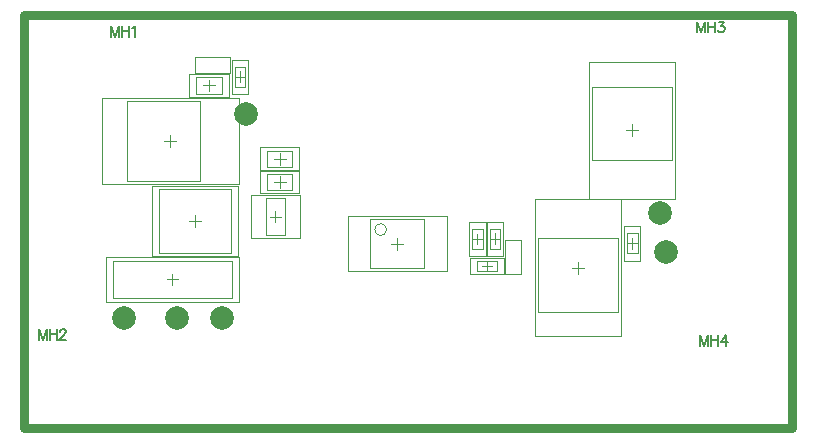
<source format=gbp>
G04*
G04 #@! TF.GenerationSoftware,Altium Limited,Altium Designer,18.1.11 (251)*
G04*
G04 Layer_Color=128*
%FSLAX25Y25*%
%MOIN*%
G70*
G01*
G75*
%ADD13C,0.00197*%
%ADD15C,0.00650*%
%ADD16C,0.03000*%
%ADD17C,0.00394*%
%ADD53C,0.07874*%
D13*
X75590Y77756D02*
X92126D01*
X75590Y63189D02*
X92126D01*
X75590D02*
Y77756D01*
X92126Y63189D02*
Y77756D01*
X91780Y78150D02*
Y85630D01*
X78787Y78150D02*
Y85630D01*
Y78150D02*
X91780D01*
X78787Y85630D02*
X91780D01*
X74756Y111343D02*
Y122760D01*
X69244Y111343D02*
Y122760D01*
X74756D01*
X69244Y111343D02*
X74756D01*
X57142Y118441D02*
X68362D01*
X68559D02*
Y123559D01*
X57142D02*
X68362D01*
X57142Y118441D02*
Y123559D01*
X27468Y42020D02*
Y56980D01*
X71563Y42020D02*
Y56980D01*
X27468D02*
X71563D01*
X27468Y42020D02*
X71563D01*
X25984Y109941D02*
X71653D01*
X25984Y81398D02*
X71653D01*
X25984D02*
Y109941D01*
X71653Y81398D02*
Y109941D01*
X42630Y80614D02*
X71370D01*
X42630Y57386D02*
X71370D01*
X42630D02*
Y80614D01*
X71370Y57386D02*
Y80614D01*
X55118Y110236D02*
X68504D01*
X55118Y118110D02*
X68504D01*
Y110236D02*
Y118110D01*
X55118Y110236D02*
Y118110D01*
X107874Y52165D02*
X140945D01*
X107874Y70669D02*
X140945D01*
Y52165D02*
Y70669D01*
X107874Y52165D02*
Y70669D01*
X160433Y51378D02*
X165551D01*
X160433D02*
Y62598D01*
Y62795D02*
X165551D01*
Y51378D02*
Y62598D01*
X217028Y76378D02*
Y122047D01*
X188484Y76378D02*
Y122047D01*
X217028D01*
X188484Y76378D02*
X217028D01*
X170374Y30512D02*
Y76181D01*
X198917Y30512D02*
Y76181D01*
X170374Y30512D02*
X198917D01*
X170374Y76181D02*
X198917D01*
X200000Y55807D02*
Y67224D01*
X205512Y55807D02*
Y67224D01*
X200000Y55807D02*
X205512D01*
X200000Y67224D02*
X205512D01*
X78787Y86024D02*
Y93504D01*
X91780Y86024D02*
Y93504D01*
X78787D02*
X91780D01*
X78787Y86024D02*
X91780D01*
X153937Y57284D02*
Y68701D01*
X148425Y57284D02*
Y68701D01*
X153937D01*
X148425Y57284D02*
X153937D01*
X160039Y51181D02*
Y56693D01*
X148622Y51181D02*
Y56693D01*
Y51181D02*
X160039D01*
X148622Y56693D02*
X160039D01*
X154331Y68799D02*
X159843D01*
X154331Y57382D02*
X159843D01*
Y68799D01*
X154331Y57382D02*
Y68799D01*
D15*
X225385Y30878D02*
Y27379D01*
Y30878D02*
X226718Y27379D01*
X228051Y30878D02*
X226718Y27379D01*
X228051Y30878D02*
Y27379D01*
X229051Y30878D02*
Y27379D01*
X231383Y30878D02*
Y27379D01*
X229051Y29212D02*
X231383D01*
X234016Y30878D02*
X232350Y28545D01*
X234849D01*
X234016Y30878D02*
Y27379D01*
X224380Y135393D02*
Y131894D01*
Y135393D02*
X225713Y131894D01*
X227046Y135393D02*
X225713Y131894D01*
X227046Y135393D02*
Y131894D01*
X228046Y135393D02*
Y131894D01*
X230379Y135393D02*
Y131894D01*
X228046Y133727D02*
X230379D01*
X231678Y135393D02*
X233511D01*
X232511Y134060D01*
X233011D01*
X233345Y133893D01*
X233511Y133727D01*
X233678Y133227D01*
Y132893D01*
X233511Y132393D01*
X233178Y132060D01*
X232678Y131894D01*
X232178D01*
X231678Y132060D01*
X231512Y132227D01*
X231345Y132560D01*
X4891Y32873D02*
Y29374D01*
Y32873D02*
X6224Y29374D01*
X7557Y32873D02*
X6224Y29374D01*
X7557Y32873D02*
Y29374D01*
X8557Y32873D02*
Y29374D01*
X10890Y32873D02*
Y29374D01*
X8557Y31207D02*
X10890D01*
X12023Y32040D02*
Y32207D01*
X12190Y32540D01*
X12356Y32707D01*
X12689Y32873D01*
X13356D01*
X13689Y32707D01*
X13856Y32540D01*
X14023Y32207D01*
Y31874D01*
X13856Y31540D01*
X13523Y31040D01*
X11856Y29374D01*
X14189D01*
X29097Y133873D02*
Y130374D01*
Y133873D02*
X30430Y130374D01*
X31763Y133873D02*
X30430Y130374D01*
X31763Y133873D02*
Y130374D01*
X32763Y133873D02*
Y130374D01*
X35096Y133873D02*
Y130374D01*
X32763Y132207D02*
X35096D01*
X36062Y133207D02*
X36395Y133373D01*
X36895Y133873D01*
Y130374D01*
D16*
X0Y137795D02*
X255906D01*
X0Y0D02*
Y137795D01*
X255906Y0D02*
Y137795D01*
X0Y0D02*
X255906D01*
D17*
X120866Y66142D02*
G03*
X120866Y66142I-1969J0D01*
G01*
X80610Y76673D02*
X87106D01*
X80610Y64272D02*
X87106D01*
X80610D02*
Y76673D01*
X87106Y64272D02*
Y76673D01*
X89417Y79232D02*
Y84547D01*
X81150Y79232D02*
Y84547D01*
Y79232D02*
X89417D01*
X81150Y84547D02*
X89417D01*
X73772Y113705D02*
Y120398D01*
X70228Y113705D02*
Y120398D01*
X73772D01*
X70228Y113705D02*
X73772D01*
X29831Y43201D02*
Y55799D01*
X69201Y43201D02*
Y55799D01*
X29831D02*
X69201D01*
X29831Y43201D02*
X69201D01*
X34252Y108957D02*
X58661D01*
X34252Y82382D02*
X58661D01*
X34252D02*
Y108957D01*
X58661Y82382D02*
Y108957D01*
X44992Y79630D02*
X69008D01*
X44992Y58370D02*
X69008D01*
X44992D02*
Y79630D01*
X69008Y58370D02*
Y79630D01*
X57480Y111319D02*
X66142D01*
X57480Y117028D02*
X66142D01*
Y111319D02*
Y117028D01*
X57480Y111319D02*
Y117028D01*
X115354Y53150D02*
X133465D01*
X115354Y69685D02*
X133465D01*
Y53150D02*
Y69685D01*
X115354Y53150D02*
Y69685D01*
X216043Y89370D02*
Y113779D01*
X189469Y89370D02*
Y113779D01*
X216043D01*
X189469Y89370D02*
X216043D01*
X171358Y38780D02*
Y63189D01*
X197933Y38780D02*
Y63189D01*
X171358Y38780D02*
X197933D01*
X171358Y63189D02*
X197933D01*
X200984Y58169D02*
Y64862D01*
X204527Y58169D02*
Y64862D01*
X200984Y58169D02*
X204527D01*
X200984Y64862D02*
X204527D01*
X81150Y87106D02*
Y92421D01*
X89417Y87106D02*
Y92421D01*
X81150D02*
X89417D01*
X81150Y87106D02*
X89417D01*
X152953Y59646D02*
Y66339D01*
X149409Y59646D02*
Y66339D01*
X152953D01*
X149409Y59646D02*
X152953D01*
X157677Y52165D02*
Y55709D01*
X150984Y52165D02*
Y55709D01*
Y52165D02*
X157677D01*
X150984Y55709D02*
X157677D01*
X155315Y66437D02*
X158858D01*
X155315Y59744D02*
X158858D01*
Y66437D01*
X155315Y59744D02*
Y66437D01*
X83858Y68504D02*
Y72441D01*
X81890Y70472D02*
X85827D01*
X83315Y81890D02*
X87252D01*
X85283Y79921D02*
Y83858D01*
X70228Y117051D02*
X73772D01*
X72000Y115279D02*
Y118823D01*
X47547Y49500D02*
X51484D01*
X49516Y47532D02*
Y51468D01*
X48819Y93701D02*
Y97638D01*
X46850Y95669D02*
X50787D01*
X57000Y67032D02*
Y70969D01*
X55032Y69000D02*
X58969D01*
X61811Y112205D02*
Y116142D01*
X59842Y114173D02*
X63779D01*
X124409Y59449D02*
Y63386D01*
X122441Y61417D02*
X126378D01*
X200787Y99213D02*
X204724D01*
X202756Y97244D02*
Y101181D01*
X182677Y53347D02*
X186614D01*
X184646Y51378D02*
Y55315D01*
X200984Y61516D02*
X204527D01*
X202756Y59744D02*
Y63287D01*
X83315Y89764D02*
X87252D01*
X85283Y87795D02*
Y91732D01*
X149409Y62992D02*
X152953D01*
X151181Y61221D02*
Y64764D01*
X152559Y53937D02*
X156102D01*
X154331Y52165D02*
Y55709D01*
X157087Y61319D02*
Y64862D01*
X155315Y63090D02*
X158858D01*
D53*
X74000Y104500D02*
D03*
X212000Y71500D02*
D03*
X214000Y58500D02*
D03*
X66000Y36500D02*
D03*
X33500D02*
D03*
X51000D02*
D03*
M02*

</source>
